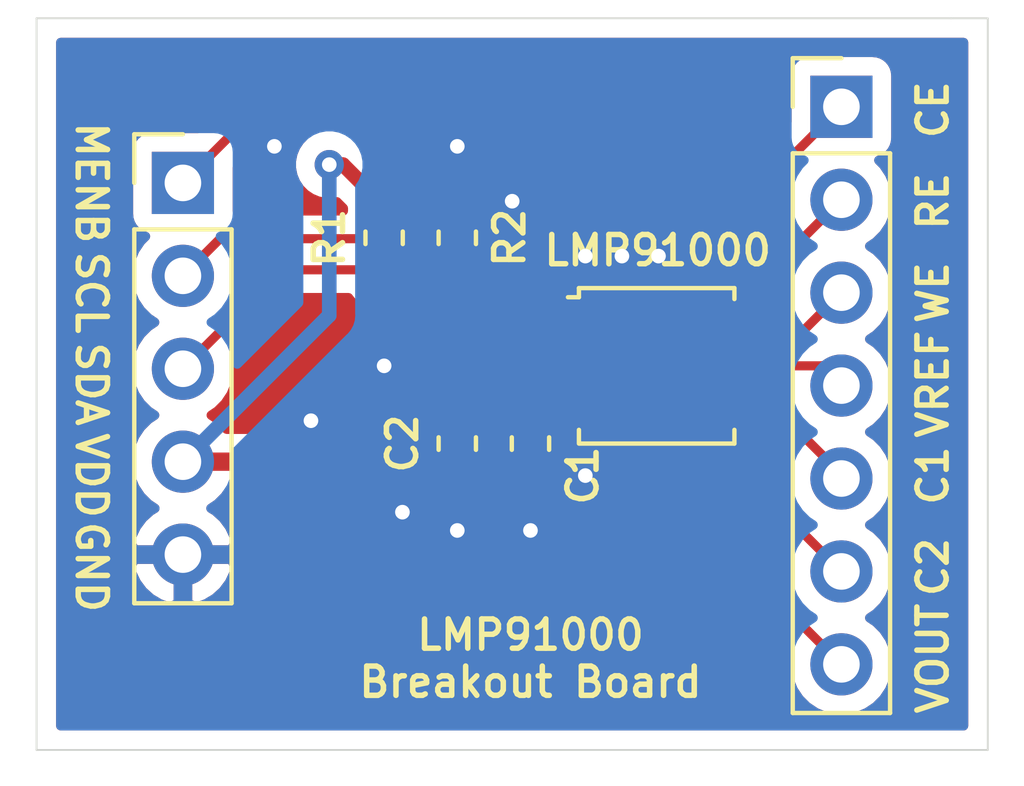
<source format=kicad_pcb>
(kicad_pcb (version 20171130) (host pcbnew "(5.1.6)-1")

  (general
    (thickness 1.6)
    (drawings 18)
    (tracks 61)
    (zones 0)
    (modules 7)
    (nets 13)
  )

  (page A4)
  (layers
    (0 F.Cu signal)
    (31 B.Cu signal)
    (32 B.Adhes user)
    (33 F.Adhes user)
    (34 B.Paste user)
    (35 F.Paste user)
    (36 B.SilkS user)
    (37 F.SilkS user)
    (38 B.Mask user)
    (39 F.Mask user)
    (40 Dwgs.User user)
    (41 Cmts.User user)
    (42 Eco1.User user)
    (43 Eco2.User user)
    (44 Edge.Cuts user)
    (45 Margin user)
    (46 B.CrtYd user)
    (47 F.CrtYd user)
    (48 B.Fab user)
    (49 F.Fab user)
  )

  (setup
    (last_trace_width 0.25)
    (user_trace_width 0.3)
    (user_trace_width 0.4)
    (user_trace_width 0.5)
    (trace_clearance 0.2)
    (zone_clearance 0.508)
    (zone_45_only no)
    (trace_min 0.2)
    (via_size 0.8)
    (via_drill 0.4)
    (via_min_size 0.4)
    (via_min_drill 0.3)
    (uvia_size 0.3)
    (uvia_drill 0.1)
    (uvias_allowed no)
    (uvia_min_size 0.2)
    (uvia_min_drill 0.1)
    (edge_width 0.05)
    (segment_width 0.2)
    (pcb_text_width 0.3)
    (pcb_text_size 1.5 1.5)
    (mod_edge_width 0.12)
    (mod_text_size 0.8 0.8)
    (mod_text_width 0.15)
    (pad_size 1.524 1.524)
    (pad_drill 0.762)
    (pad_to_mask_clearance 0.05)
    (aux_axis_origin 0 0)
    (visible_elements 7FFFFFFF)
    (pcbplotparams
      (layerselection 0x010fc_ffffffff)
      (usegerberextensions true)
      (usegerberattributes false)
      (usegerberadvancedattributes false)
      (creategerberjobfile false)
      (excludeedgelayer true)
      (linewidth 0.100000)
      (plotframeref false)
      (viasonmask false)
      (mode 1)
      (useauxorigin false)
      (hpglpennumber 1)
      (hpglpenspeed 20)
      (hpglpendiameter 15.000000)
      (psnegative false)
      (psa4output false)
      (plotreference true)
      (plotvalue true)
      (plotinvisibletext false)
      (padsonsilk false)
      (subtractmaskfromsilk false)
      (outputformat 1)
      (mirror false)
      (drillshape 0)
      (scaleselection 1)
      (outputdirectory "pos/"))
  )

  (net 0 "")
  (net 1 GND)
  (net 2 VDD)
  (net 3 VOUT)
  (net 4 C2)
  (net 5 C1)
  (net 6 VREF)
  (net 7 WE)
  (net 8 RE)
  (net 9 CE)
  (net 10 SDA)
  (net 11 SCL)
  (net 12 MENB)

  (net_class Default "This is the default net class."
    (clearance 0.2)
    (trace_width 0.25)
    (via_dia 0.8)
    (via_drill 0.4)
    (uvia_dia 0.3)
    (uvia_drill 0.1)
    (add_net C1)
    (add_net C2)
    (add_net CE)
    (add_net GND)
    (add_net MENB)
    (add_net RE)
    (add_net SCL)
    (add_net SDA)
    (add_net VDD)
    (add_net VOUT)
    (add_net VREF)
    (add_net WE)
  )

  (module Package_SON:WSON-14-1EP_4.0x4.0mm_P0.5mm_EP2.6x2.6mm (layer F.Cu) (tedit 5A65F5CE) (tstamp 607DECB0)
    (at 145.95 87)
    (descr "14-Lead Plastic Dual Flat, No Lead Package - 4.0x4.0x0.8 mm Body [WSON], http://www.ti.com/lit/ml/mpds421/mpds421.pdf")
    (tags NHL014B)
    (path /607D8BA6)
    (attr smd)
    (fp_text reference LMP91000 (at 0.027363 -3.153276) (layer F.SilkS)
      (effects (font (size 0.8 0.8) (thickness 0.15)))
    )
    (fp_text value LMP91000SD_NOPB (at 0 4) (layer F.Fab)
      (effects (font (size 1 1) (thickness 0.15)))
    )
    (fp_line (start 2 -2) (end -1.5 -2) (layer F.Fab) (width 0.15))
    (fp_line (start -2 -1.5) (end -2 2) (layer F.Fab) (width 0.15))
    (fp_line (start -2 2) (end 2 2) (layer F.Fab) (width 0.15))
    (fp_line (start 2 2) (end 2 -2) (layer F.Fab) (width 0.15))
    (fp_line (start 2.45 -2.25) (end 2.45 2.25) (layer F.CrtYd) (width 0.05))
    (fp_line (start 2.45 2.25) (end -2.44 2.25) (layer F.CrtYd) (width 0.05))
    (fp_line (start -2.45 2.25) (end -2.45 -2.25) (layer F.CrtYd) (width 0.05))
    (fp_line (start -2.45 -2.25) (end 2.45 -2.25) (layer F.CrtYd) (width 0.05))
    (fp_line (start 2.125 -2.125) (end -2.125 -2.125) (layer F.SilkS) (width 0.12))
    (fp_line (start 2.125 -2.125) (end 2.125 -1.825) (layer F.SilkS) (width 0.12))
    (fp_line (start -2.425 -1.875) (end -2.125 -1.875) (layer F.SilkS) (width 0.12))
    (fp_line (start -2.125 -2.125) (end -2.125 -1.875) (layer F.SilkS) (width 0.12))
    (fp_line (start 2.125 1.75) (end 2.125 2.125) (layer F.SilkS) (width 0.12))
    (fp_line (start 2.125 2.125) (end -2.1 2.125) (layer F.SilkS) (width 0.12))
    (fp_line (start -2.125 2.125) (end -2.125 1.75) (layer F.SilkS) (width 0.12))
    (fp_line (start -2 -1.5) (end -1.5 -2) (layer F.Fab) (width 0.15))
    (fp_text user %R (at 0.05 0.025) (layer F.Fab)
      (effects (font (size 1 1) (thickness 0.15)))
    )
    (pad "" smd rect (at -0.65 0.65 270) (size 1.05 1.05) (layers F.Paste))
    (pad "" smd rect (at 0.65 0.65 270) (size 1.05 1.05) (layers F.Paste))
    (pad "" smd rect (at 0.65 -0.65 270) (size 1.05 1.05) (layers F.Paste))
    (pad "" smd rect (at -0.65 -0.65 270) (size 1.05 1.05) (layers F.Paste))
    (pad 15 smd rect (at 0.025 0 270) (size 2.6 2.6) (layers F.Cu F.Mask)
      (net 1 GND))
    (pad 1 smd rect (at -1.9 -1.5 270) (size 0.25 0.6) (layers F.Cu F.Paste F.Mask)
      (net 1 GND))
    (pad 2 smd rect (at -1.9 -1 270) (size 0.25 0.6) (layers F.Cu F.Paste F.Mask)
      (net 12 MENB))
    (pad 3 smd rect (at -1.9 -0.5 270) (size 0.25 0.6) (layers F.Cu F.Paste F.Mask)
      (net 11 SCL))
    (pad 4 smd rect (at -1.9 0 270) (size 0.25 0.6) (layers F.Cu F.Paste F.Mask)
      (net 10 SDA))
    (pad 5 smd rect (at -1.9 0.5 270) (size 0.25 0.6) (layers F.Cu F.Paste F.Mask))
    (pad 6 smd rect (at -1.9 1 270) (size 0.25 0.6) (layers F.Cu F.Paste F.Mask)
      (net 2 VDD))
    (pad 7 smd rect (at -1.9 1.5 270) (size 0.25 0.6) (layers F.Cu F.Paste F.Mask)
      (net 1 GND))
    (pad 8 smd rect (at 1.9 1.5 270) (size 0.25 0.6) (layers F.Cu F.Paste F.Mask)
      (net 3 VOUT))
    (pad 9 smd rect (at 1.9 1 270) (size 0.25 0.6) (layers F.Cu F.Paste F.Mask)
      (net 4 C2))
    (pad 10 smd rect (at 1.9 0.5 270) (size 0.25 0.6) (layers F.Cu F.Paste F.Mask)
      (net 5 C1))
    (pad 11 smd rect (at 1.9 0 270) (size 0.25 0.6) (layers F.Cu F.Paste F.Mask)
      (net 6 VREF))
    (pad 12 smd rect (at 1.9 -0.5 270) (size 0.25 0.6) (layers F.Cu F.Paste F.Mask)
      (net 7 WE))
    (pad 13 smd rect (at 1.9 -1 270) (size 0.25 0.6) (layers F.Cu F.Paste F.Mask)
      (net 8 RE))
    (pad 14 smd rect (at 1.9 -1.5 270) (size 0.25 0.6) (layers F.Cu F.Paste F.Mask)
      (net 9 CE))
    (model ${KISYS3DMOD}/Package_SON.3dshapes/WSON-14-1EP_4.0x4.0mm_P0.5mm_EP2.6x2.6mm.wrl
      (at (xyz 0 0 0))
      (scale (xyz 1 1 1))
      (rotate (xyz 0 0 0))
    )
  )

  (module Resistor_SMD:R_0603_1608Metric_Pad1.05x0.95mm_HandSolder (layer F.Cu) (tedit 5B301BBD) (tstamp 607DEC88)
    (at 140.5 83.5 270)
    (descr "Resistor SMD 0603 (1608 Metric), square (rectangular) end terminal, IPC_7351 nominal with elongated pad for handsoldering. (Body size source: http://www.tortai-tech.com/upload/download/2011102023233369053.pdf), generated with kicad-footprint-generator")
    (tags "resistor handsolder")
    (path /607DCA6D)
    (attr smd)
    (fp_text reference R2 (at 0 -1.43 90) (layer F.SilkS)
      (effects (font (size 0.8 0.8) (thickness 0.15)))
    )
    (fp_text value 10K (at 0 1.43 90) (layer F.Fab)
      (effects (font (size 1 1) (thickness 0.15)))
    )
    (fp_line (start 1.65 0.73) (end -1.65 0.73) (layer F.CrtYd) (width 0.05))
    (fp_line (start 1.65 -0.73) (end 1.65 0.73) (layer F.CrtYd) (width 0.05))
    (fp_line (start -1.65 -0.73) (end 1.65 -0.73) (layer F.CrtYd) (width 0.05))
    (fp_line (start -1.65 0.73) (end -1.65 -0.73) (layer F.CrtYd) (width 0.05))
    (fp_line (start -0.171267 0.51) (end 0.171267 0.51) (layer F.SilkS) (width 0.12))
    (fp_line (start -0.171267 -0.51) (end 0.171267 -0.51) (layer F.SilkS) (width 0.12))
    (fp_line (start 0.8 0.4) (end -0.8 0.4) (layer F.Fab) (width 0.15))
    (fp_line (start 0.8 -0.4) (end 0.8 0.4) (layer F.Fab) (width 0.15))
    (fp_line (start -0.8 -0.4) (end 0.8 -0.4) (layer F.Fab) (width 0.15))
    (fp_line (start -0.8 0.4) (end -0.8 -0.4) (layer F.Fab) (width 0.15))
    (fp_text user %R (at 0 0 90) (layer F.Fab)
      (effects (font (size 1 1) (thickness 0.15)))
    )
    (pad 2 smd roundrect (at 0.875 0 270) (size 1.05 0.95) (layers F.Cu F.Paste F.Mask) (roundrect_rratio 0.25)
      (net 11 SCL))
    (pad 1 smd roundrect (at -0.875 0 270) (size 1.05 0.95) (layers F.Cu F.Paste F.Mask) (roundrect_rratio 0.25)
      (net 2 VDD))
    (model ${KISYS3DMOD}/Resistor_SMD.3dshapes/R_0603_1608Metric.wrl
      (at (xyz 0 0 0))
      (scale (xyz 1 1 1))
      (rotate (xyz 0 0 0))
    )
  )

  (module Resistor_SMD:R_0603_1608Metric_Pad1.05x0.95mm_HandSolder (layer F.Cu) (tedit 5B301BBD) (tstamp 607DEC77)
    (at 138.5 83.5 270)
    (descr "Resistor SMD 0603 (1608 Metric), square (rectangular) end terminal, IPC_7351 nominal with elongated pad for handsoldering. (Body size source: http://www.tortai-tech.com/upload/download/2011102023233369053.pdf), generated with kicad-footprint-generator")
    (tags "resistor handsolder")
    (path /607DD170)
    (attr smd)
    (fp_text reference R1 (at 0 1.5 90) (layer F.SilkS)
      (effects (font (size 0.8 0.8) (thickness 0.15)))
    )
    (fp_text value 10K (at 0 1.43 90) (layer F.Fab)
      (effects (font (size 1 1) (thickness 0.15)))
    )
    (fp_line (start 1.65 0.73) (end -1.65 0.73) (layer F.CrtYd) (width 0.05))
    (fp_line (start 1.65 -0.73) (end 1.65 0.73) (layer F.CrtYd) (width 0.05))
    (fp_line (start -1.65 -0.73) (end 1.65 -0.73) (layer F.CrtYd) (width 0.05))
    (fp_line (start -1.65 0.73) (end -1.65 -0.73) (layer F.CrtYd) (width 0.05))
    (fp_line (start -0.171267 0.51) (end 0.171267 0.51) (layer F.SilkS) (width 0.12))
    (fp_line (start -0.171267 -0.51) (end 0.171267 -0.51) (layer F.SilkS) (width 0.12))
    (fp_line (start 0.8 0.4) (end -0.8 0.4) (layer F.Fab) (width 0.15))
    (fp_line (start 0.8 -0.4) (end 0.8 0.4) (layer F.Fab) (width 0.15))
    (fp_line (start -0.8 -0.4) (end 0.8 -0.4) (layer F.Fab) (width 0.15))
    (fp_line (start -0.8 0.4) (end -0.8 -0.4) (layer F.Fab) (width 0.15))
    (fp_text user %R (at 0 0 90) (layer F.Fab)
      (effects (font (size 1 1) (thickness 0.15)))
    )
    (pad 2 smd roundrect (at 0.875 0 270) (size 1.05 0.95) (layers F.Cu F.Paste F.Mask) (roundrect_rratio 0.25)
      (net 10 SDA))
    (pad 1 smd roundrect (at -0.875 0 270) (size 1.05 0.95) (layers F.Cu F.Paste F.Mask) (roundrect_rratio 0.25)
      (net 2 VDD))
    (model ${KISYS3DMOD}/Resistor_SMD.3dshapes/R_0603_1608Metric.wrl
      (at (xyz 0 0 0))
      (scale (xyz 1 1 1))
      (rotate (xyz 0 0 0))
    )
  )

  (module Connector_PinHeader_2.54mm:PinHeader_1x05_P2.54mm_Vertical (layer F.Cu) (tedit 59FED5CC) (tstamp 607DEC66)
    (at 133 82)
    (descr "Through hole straight pin header, 1x05, 2.54mm pitch, single row")
    (tags "Through hole pin header THT 1x05 2.54mm single row")
    (path /607E1831)
    (fp_text reference J2 (at 0 -2.33) (layer F.SilkS) hide
      (effects (font (size 0.8 0.8) (thickness 0.15)))
    )
    (fp_text value Conn_01x05 (at 0 12.49) (layer F.Fab)
      (effects (font (size 1 1) (thickness 0.15)))
    )
    (fp_line (start 1.8 -1.8) (end -1.8 -1.8) (layer F.CrtYd) (width 0.05))
    (fp_line (start 1.8 11.95) (end 1.8 -1.8) (layer F.CrtYd) (width 0.05))
    (fp_line (start -1.8 11.95) (end 1.8 11.95) (layer F.CrtYd) (width 0.05))
    (fp_line (start -1.8 -1.8) (end -1.8 11.95) (layer F.CrtYd) (width 0.05))
    (fp_line (start -1.33 -1.33) (end 0 -1.33) (layer F.SilkS) (width 0.12))
    (fp_line (start -1.33 0) (end -1.33 -1.33) (layer F.SilkS) (width 0.12))
    (fp_line (start -1.33 1.27) (end 1.33 1.27) (layer F.SilkS) (width 0.12))
    (fp_line (start 1.33 1.27) (end 1.33 11.49) (layer F.SilkS) (width 0.12))
    (fp_line (start -1.33 1.27) (end -1.33 11.49) (layer F.SilkS) (width 0.12))
    (fp_line (start -1.33 11.49) (end 1.33 11.49) (layer F.SilkS) (width 0.12))
    (fp_line (start -1.27 -0.635) (end -0.635 -1.27) (layer F.Fab) (width 0.15))
    (fp_line (start -1.27 11.43) (end -1.27 -0.635) (layer F.Fab) (width 0.15))
    (fp_line (start 1.27 11.43) (end -1.27 11.43) (layer F.Fab) (width 0.15))
    (fp_line (start 1.27 -1.27) (end 1.27 11.43) (layer F.Fab) (width 0.15))
    (fp_line (start -0.635 -1.27) (end 1.27 -1.27) (layer F.Fab) (width 0.15))
    (fp_text user %R (at 0 5.08 90) (layer F.Fab)
      (effects (font (size 1 1) (thickness 0.15)))
    )
    (pad 5 thru_hole oval (at 0 10.16) (size 1.7 1.7) (drill 1) (layers *.Cu *.Mask)
      (net 1 GND))
    (pad 4 thru_hole oval (at 0 7.62) (size 1.7 1.7) (drill 1) (layers *.Cu *.Mask)
      (net 2 VDD))
    (pad 3 thru_hole oval (at 0 5.08) (size 1.7 1.7) (drill 1) (layers *.Cu *.Mask)
      (net 10 SDA))
    (pad 2 thru_hole oval (at 0 2.54) (size 1.7 1.7) (drill 1) (layers *.Cu *.Mask)
      (net 11 SCL))
    (pad 1 thru_hole rect (at 0 0) (size 1.7 1.7) (drill 1) (layers *.Cu *.Mask)
      (net 12 MENB))
    (model ${KISYS3DMOD}/Connector_PinHeader_2.54mm.3dshapes/PinHeader_1x05_P2.54mm_Vertical.wrl
      (at (xyz 0 0 0))
      (scale (xyz 1 1 1))
      (rotate (xyz 0 0 0))
    )
  )

  (module Connector_PinHeader_2.54mm:PinHeader_1x07_P2.54mm_Vertical (layer F.Cu) (tedit 59FED5CC) (tstamp 607DEC4D)
    (at 151 79.92)
    (descr "Through hole straight pin header, 1x07, 2.54mm pitch, single row")
    (tags "Through hole pin header THT 1x07 2.54mm single row")
    (path /607DFBE7)
    (fp_text reference J1 (at 0 -2.33) (layer F.SilkS) hide
      (effects (font (size 0.8 0.8) (thickness 0.15)))
    )
    (fp_text value Conn_01x07 (at 0 17.57) (layer F.Fab)
      (effects (font (size 1 1) (thickness 0.15)))
    )
    (fp_line (start 1.8 -1.8) (end -1.8 -1.8) (layer F.CrtYd) (width 0.05))
    (fp_line (start 1.8 17.05) (end 1.8 -1.8) (layer F.CrtYd) (width 0.05))
    (fp_line (start -1.8 17.05) (end 1.8 17.05) (layer F.CrtYd) (width 0.05))
    (fp_line (start -1.8 -1.8) (end -1.8 17.05) (layer F.CrtYd) (width 0.05))
    (fp_line (start -1.33 -1.33) (end 0 -1.33) (layer F.SilkS) (width 0.12))
    (fp_line (start -1.33 0) (end -1.33 -1.33) (layer F.SilkS) (width 0.12))
    (fp_line (start -1.33 1.27) (end 1.33 1.27) (layer F.SilkS) (width 0.12))
    (fp_line (start 1.33 1.27) (end 1.33 16.57) (layer F.SilkS) (width 0.12))
    (fp_line (start -1.33 1.27) (end -1.33 16.57) (layer F.SilkS) (width 0.12))
    (fp_line (start -1.33 16.57) (end 1.33 16.57) (layer F.SilkS) (width 0.12))
    (fp_line (start -1.27 -0.635) (end -0.635 -1.27) (layer F.Fab) (width 0.15))
    (fp_line (start -1.27 16.51) (end -1.27 -0.635) (layer F.Fab) (width 0.15))
    (fp_line (start 1.27 16.51) (end -1.27 16.51) (layer F.Fab) (width 0.15))
    (fp_line (start 1.27 -1.27) (end 1.27 16.51) (layer F.Fab) (width 0.15))
    (fp_line (start -0.635 -1.27) (end 1.27 -1.27) (layer F.Fab) (width 0.15))
    (fp_text user %R (at 0 7.62 90) (layer F.Fab)
      (effects (font (size 1 1) (thickness 0.15)))
    )
    (pad 7 thru_hole oval (at 0 15.24) (size 1.7 1.7) (drill 1) (layers *.Cu *.Mask)
      (net 3 VOUT))
    (pad 6 thru_hole oval (at 0 12.7) (size 1.7 1.7) (drill 1) (layers *.Cu *.Mask)
      (net 4 C2))
    (pad 5 thru_hole oval (at 0 10.16) (size 1.7 1.7) (drill 1) (layers *.Cu *.Mask)
      (net 5 C1))
    (pad 4 thru_hole oval (at 0 7.62) (size 1.7 1.7) (drill 1) (layers *.Cu *.Mask)
      (net 6 VREF))
    (pad 3 thru_hole oval (at 0 5.08) (size 1.7 1.7) (drill 1) (layers *.Cu *.Mask)
      (net 7 WE))
    (pad 2 thru_hole oval (at 0 2.54) (size 1.7 1.7) (drill 1) (layers *.Cu *.Mask)
      (net 8 RE))
    (pad 1 thru_hole rect (at 0 0) (size 1.7 1.7) (drill 1) (layers *.Cu *.Mask)
      (net 9 CE))
    (model ${KISYS3DMOD}/Connector_PinHeader_2.54mm.3dshapes/PinHeader_1x07_P2.54mm_Vertical.wrl
      (at (xyz 0 0 0))
      (scale (xyz 1 1 1))
      (rotate (xyz 0 0 0))
    )
  )

  (module Capacitor_SMD:C_0603_1608Metric_Pad1.05x0.95mm_HandSolder (layer F.Cu) (tedit 5B301BBE) (tstamp 607DEC32)
    (at 140.5 89.125 270)
    (descr "Capacitor SMD 0603 (1608 Metric), square (rectangular) end terminal, IPC_7351 nominal with elongated pad for handsoldering. (Body size source: http://www.tortai-tech.com/upload/download/2011102023233369053.pdf), generated with kicad-footprint-generator")
    (tags "capacitor handsolder")
    (path /607D9E16)
    (attr smd)
    (fp_text reference C2 (at 0 1.5 90) (layer F.SilkS)
      (effects (font (size 0.8 0.8) (thickness 0.15)))
    )
    (fp_text value 1u (at 0 1.43 90) (layer F.Fab)
      (effects (font (size 1 1) (thickness 0.15)))
    )
    (fp_line (start 1.65 0.73) (end -1.65 0.73) (layer F.CrtYd) (width 0.05))
    (fp_line (start 1.65 -0.73) (end 1.65 0.73) (layer F.CrtYd) (width 0.05))
    (fp_line (start -1.65 -0.73) (end 1.65 -0.73) (layer F.CrtYd) (width 0.05))
    (fp_line (start -1.65 0.73) (end -1.65 -0.73) (layer F.CrtYd) (width 0.05))
    (fp_line (start -0.171267 0.51) (end 0.171267 0.51) (layer F.SilkS) (width 0.12))
    (fp_line (start -0.171267 -0.51) (end 0.171267 -0.51) (layer F.SilkS) (width 0.12))
    (fp_line (start 0.8 0.4) (end -0.8 0.4) (layer F.Fab) (width 0.15))
    (fp_line (start 0.8 -0.4) (end 0.8 0.4) (layer F.Fab) (width 0.15))
    (fp_line (start -0.8 -0.4) (end 0.8 -0.4) (layer F.Fab) (width 0.15))
    (fp_line (start -0.8 0.4) (end -0.8 -0.4) (layer F.Fab) (width 0.15))
    (fp_text user %R (at 0 0 90) (layer F.Fab)
      (effects (font (size 1 1) (thickness 0.15)))
    )
    (pad 2 smd roundrect (at 0.875 0 270) (size 1.05 0.95) (layers F.Cu F.Paste F.Mask) (roundrect_rratio 0.25)
      (net 1 GND))
    (pad 1 smd roundrect (at -0.875 0 270) (size 1.05 0.95) (layers F.Cu F.Paste F.Mask) (roundrect_rratio 0.25)
      (net 2 VDD))
    (model ${KISYS3DMOD}/Capacitor_SMD.3dshapes/C_0603_1608Metric.wrl
      (at (xyz 0 0 0))
      (scale (xyz 1 1 1))
      (rotate (xyz 0 0 0))
    )
  )

  (module Capacitor_SMD:C_0603_1608Metric_Pad1.05x0.95mm_HandSolder (layer F.Cu) (tedit 5B301BBE) (tstamp 607DF15C)
    (at 142.5 89.125 270)
    (descr "Capacitor SMD 0603 (1608 Metric), square (rectangular) end terminal, IPC_7351 nominal with elongated pad for handsoldering. (Body size source: http://www.tortai-tech.com/upload/download/2011102023233369053.pdf), generated with kicad-footprint-generator")
    (tags "capacitor handsolder")
    (path /607DC5A4)
    (attr smd)
    (fp_text reference C1 (at 0.875 -1.43 90) (layer F.SilkS)
      (effects (font (size 0.8 0.8) (thickness 0.15)))
    )
    (fp_text value 0.1u (at 0 1.43 90) (layer F.Fab)
      (effects (font (size 1 1) (thickness 0.15)))
    )
    (fp_line (start 1.65 0.73) (end -1.65 0.73) (layer F.CrtYd) (width 0.05))
    (fp_line (start 1.65 -0.73) (end 1.65 0.73) (layer F.CrtYd) (width 0.05))
    (fp_line (start -1.65 -0.73) (end 1.65 -0.73) (layer F.CrtYd) (width 0.05))
    (fp_line (start -1.65 0.73) (end -1.65 -0.73) (layer F.CrtYd) (width 0.05))
    (fp_line (start -0.171267 0.51) (end 0.171267 0.51) (layer F.SilkS) (width 0.12))
    (fp_line (start -0.171267 -0.51) (end 0.171267 -0.51) (layer F.SilkS) (width 0.12))
    (fp_line (start 0.8 0.4) (end -0.8 0.4) (layer F.Fab) (width 0.15))
    (fp_line (start 0.8 -0.4) (end 0.8 0.4) (layer F.Fab) (width 0.15))
    (fp_line (start -0.8 -0.4) (end 0.8 -0.4) (layer F.Fab) (width 0.15))
    (fp_line (start -0.8 0.4) (end -0.8 -0.4) (layer F.Fab) (width 0.15))
    (fp_text user %R (at 0 0 90) (layer F.Fab)
      (effects (font (size 1 1) (thickness 0.15)))
    )
    (pad 2 smd roundrect (at 0.875 0 270) (size 1.05 0.95) (layers F.Cu F.Paste F.Mask) (roundrect_rratio 0.25)
      (net 1 GND))
    (pad 1 smd roundrect (at -0.875 0 270) (size 1.05 0.95) (layers F.Cu F.Paste F.Mask) (roundrect_rratio 0.25)
      (net 2 VDD))
    (model ${KISYS3DMOD}/Capacitor_SMD.3dshapes/C_0603_1608Metric.wrl
      (at (xyz 0 0 0))
      (scale (xyz 1 1 1))
      (rotate (xyz 0 0 0))
    )
  )

  (gr_text "LMP91000\nBreakout Board" (at 142.5 95) (layer F.SilkS)
    (effects (font (size 0.8 0.8) (thickness 0.15)))
  )
  (gr_line (start 155 77.5) (end 154 77.5) (layer Edge.Cuts) (width 0.05) (tstamp 607E0B80))
  (gr_line (start 155 97.5) (end 155 77.5) (layer Edge.Cuts) (width 0.05))
  (gr_line (start 129 97.5) (end 155 97.5) (layer Edge.Cuts) (width 0.05))
  (gr_line (start 129 77.5) (end 129 97.5) (layer Edge.Cuts) (width 0.05))
  (gr_line (start 154 77.5) (end 129 77.5) (layer Edge.Cuts) (width 0.05))
  (gr_text GND (at 130.5 92.5 270) (layer F.SilkS)
    (effects (font (size 0.8 0.8) (thickness 0.15)))
  )
  (gr_text VDD (at 130.5 90 270) (layer F.SilkS)
    (effects (font (size 0.8 0.8) (thickness 0.15)))
  )
  (gr_text SDA (at 130.5 87.5 270) (layer F.SilkS)
    (effects (font (size 0.8 0.8) (thickness 0.15)))
  )
  (gr_text SCL (at 130.5 85 270) (layer F.SilkS)
    (effects (font (size 0.8 0.8) (thickness 0.15)))
  )
  (gr_text MENB (at 130.5 82 270) (layer F.SilkS)
    (effects (font (size 0.8 0.8) (thickness 0.15)))
  )
  (gr_text VOUT (at 153.5 95 90) (layer F.SilkS)
    (effects (font (size 0.8 0.8) (thickness 0.15)))
  )
  (gr_text C2 (at 153.5 92.5 90) (layer F.SilkS)
    (effects (font (size 0.8 0.8) (thickness 0.15)))
  )
  (gr_text C1 (at 153.5 90 90) (layer F.SilkS)
    (effects (font (size 0.8 0.8) (thickness 0.15)))
  )
  (gr_text VREF (at 153.5 87.5 90) (layer F.SilkS)
    (effects (font (size 0.8 0.8) (thickness 0.15)))
  )
  (gr_text WE (at 153.5 85 90) (layer F.SilkS)
    (effects (font (size 0.8 0.8) (thickness 0.15)))
  )
  (gr_text RE (at 153.5 82.5 90) (layer F.SilkS)
    (effects (font (size 0.8 0.8) (thickness 0.15)))
  )
  (gr_text CE (at 153.5 80 90) (layer F.SilkS)
    (effects (font (size 0.8 0.8) (thickness 0.15)))
  )

  (via (at 142.5 91.5) (size 0.8) (drill 0.4) (layers F.Cu B.Cu) (net 1))
  (via (at 140.5 91.5) (size 0.8) (drill 0.4) (layers F.Cu B.Cu) (net 1))
  (via (at 144 90) (size 0.8) (drill 0.4) (layers F.Cu B.Cu) (net 1))
  (via (at 139 91) (size 0.8) (drill 0.4) (layers F.Cu B.Cu) (net 1))
  (via (at 146 84) (size 0.8) (drill 0.4) (layers F.Cu B.Cu) (net 1))
  (via (at 145 84) (size 0.8) (drill 0.4) (layers F.Cu B.Cu) (net 1))
  (via (at 144 84) (size 0.8) (drill 0.4) (layers F.Cu B.Cu) (net 1))
  (segment (start 144.05 89.95) (end 144 90) (width 0.25) (layer F.Cu) (net 1))
  (segment (start 144.05 88.5) (end 144.05 89.95) (width 0.25) (layer F.Cu) (net 1))
  (segment (start 144.05 84.05) (end 144 84) (width 0.25) (layer F.Cu) (net 1))
  (segment (start 144.05 85.5) (end 144.05 84.05) (width 0.25) (layer F.Cu) (net 1))
  (via (at 136.5 88.5) (size 0.8) (drill 0.4) (layers F.Cu B.Cu) (net 1))
  (via (at 138.5 87) (size 0.8) (drill 0.4) (layers F.Cu B.Cu) (net 1))
  (via (at 142 82.5) (size 0.8) (drill 0.4) (layers F.Cu B.Cu) (net 1))
  (via (at 140.5 81) (size 0.8) (drill 0.4) (layers F.Cu B.Cu) (net 1))
  (via (at 135.5 81) (size 0.8) (drill 0.4) (layers F.Cu B.Cu) (net 1))
  (via (at 137 81.5) (size 0.8) (drill 0.4) (layers F.Cu B.Cu) (net 2))
  (segment (start 142.75 88) (end 142.5 88.25) (width 0.25) (layer F.Cu) (net 2))
  (segment (start 144.05 88) (end 142.75 88) (width 0.25) (layer F.Cu) (net 2))
  (segment (start 142.5 88.25) (end 140.5 88.25) (width 0.5) (layer F.Cu) (net 2))
  (segment (start 139.13 89.62) (end 140.5 88.25) (width 0.5) (layer F.Cu) (net 2))
  (segment (start 133 89.62) (end 139.13 89.62) (width 0.5) (layer F.Cu) (net 2))
  (segment (start 140.5 82.625) (end 138.5 82.625) (width 0.25) (layer F.Cu) (net 2))
  (segment (start 137 85.62) (end 137 81.5) (width 0.4) (layer B.Cu) (net 2))
  (segment (start 133 89.62) (end 137 85.62) (width 0.4) (layer B.Cu) (net 2))
  (segment (start 137.375 81.5) (end 138.5 82.625) (width 0.4) (layer F.Cu) (net 2))
  (segment (start 137 81.5) (end 137.375 81.5) (width 0.4) (layer F.Cu) (net 2))
  (segment (start 147.85 92.01) (end 147.85 88.5) (width 0.25) (layer F.Cu) (net 3))
  (segment (start 151 95.16) (end 147.85 92.01) (width 0.25) (layer F.Cu) (net 3))
  (segment (start 148.4 88) (end 149.5 89.1) (width 0.25) (layer F.Cu) (net 4))
  (segment (start 147.85 88) (end 148.4 88) (width 0.25) (layer F.Cu) (net 4))
  (segment (start 149.5 91.12) (end 151 92.62) (width 0.25) (layer F.Cu) (net 4))
  (segment (start 149.5 89.1) (end 149.5 91.12) (width 0.25) (layer F.Cu) (net 4))
  (segment (start 151 89.96359) (end 151 90.08) (width 0.25) (layer F.Cu) (net 5))
  (segment (start 148.53641 87.5) (end 151 89.96359) (width 0.25) (layer F.Cu) (net 5))
  (segment (start 147.85 87.5) (end 148.53641 87.5) (width 0.25) (layer F.Cu) (net 5))
  (segment (start 150.46 87) (end 151 87.54) (width 0.25) (layer F.Cu) (net 6))
  (segment (start 147.85 87) (end 150.46 87) (width 0.25) (layer F.Cu) (net 6))
  (segment (start 149.5 86.5) (end 151 85) (width 0.25) (layer F.Cu) (net 7))
  (segment (start 147.85 86.5) (end 149.5 86.5) (width 0.25) (layer F.Cu) (net 7))
  (segment (start 148.360002 86) (end 149.5 84.860002) (width 0.25) (layer F.Cu) (net 8))
  (segment (start 147.85 86) (end 148.360002 86) (width 0.25) (layer F.Cu) (net 8))
  (segment (start 149.5 83.96) (end 151 82.46) (width 0.25) (layer F.Cu) (net 8))
  (segment (start 149.5 84.860002) (end 149.5 83.96) (width 0.25) (layer F.Cu) (net 8))
  (segment (start 147.85 83.07) (end 151 79.92) (width 0.25) (layer F.Cu) (net 9))
  (segment (start 147.85 85.5) (end 147.85 83.07) (width 0.25) (layer F.Cu) (net 9))
  (segment (start 141.125 87) (end 138.5 84.375) (width 0.25) (layer F.Cu) (net 10))
  (segment (start 144.05 87) (end 141.125 87) (width 0.25) (layer F.Cu) (net 10))
  (segment (start 135.705 84.375) (end 133 87.08) (width 0.25) (layer F.Cu) (net 10))
  (segment (start 138.5 84.375) (end 135.705 84.375) (width 0.25) (layer F.Cu) (net 10))
  (segment (start 142.625 86.5) (end 140.5 84.375) (width 0.25) (layer F.Cu) (net 11))
  (segment (start 144.05 86.5) (end 142.625 86.5) (width 0.25) (layer F.Cu) (net 11))
  (segment (start 134.01501 83.52499) (end 133 84.54) (width 0.25) (layer F.Cu) (net 11))
  (segment (start 139.64999 83.52499) (end 134.01501 83.52499) (width 0.25) (layer F.Cu) (net 11))
  (segment (start 140.5 84.375) (end 139.64999 83.52499) (width 0.25) (layer F.Cu) (net 11))
  (segment (start 143.5 86) (end 143 85.5) (width 0.25) (layer F.Cu) (net 12))
  (segment (start 144.05 86) (end 143.5 86) (width 0.25) (layer F.Cu) (net 12))
  (segment (start 143 85.5) (end 143 81.5) (width 0.25) (layer F.Cu) (net 12))
  (segment (start 143 81.5) (end 141.5 80) (width 0.25) (layer F.Cu) (net 12))
  (segment (start 135 80) (end 133 82) (width 0.25) (layer F.Cu) (net 12))
  (segment (start 141.5 80) (end 135 80) (width 0.25) (layer F.Cu) (net 12))

  (zone (net 1) (net_name GND) (layer F.Cu) (tstamp 607E0C23) (hatch edge 0.508)
    (connect_pads (clearance 0.508))
    (min_thickness 0.254)
    (fill yes (arc_segments 32) (thermal_gap 0.508) (thermal_bridge_width 0.508))
    (polygon
      (pts
        (xy 155.5 98.5) (xy 128 98) (xy 128 77) (xy 156 77)
      )
    )
    (filled_polygon
      (pts
        (xy 154.34 96.84) (xy 129.66 96.84) (xy 129.66 92.51689) (xy 131.558524 92.51689) (xy 131.603175 92.664099)
        (xy 131.728359 92.92692) (xy 131.902412 93.160269) (xy 132.118645 93.355178) (xy 132.368748 93.504157) (xy 132.643109 93.601481)
        (xy 132.873 93.480814) (xy 132.873 92.287) (xy 133.127 92.287) (xy 133.127 93.480814) (xy 133.356891 93.601481)
        (xy 133.631252 93.504157) (xy 133.881355 93.355178) (xy 134.097588 93.160269) (xy 134.271641 92.92692) (xy 134.396825 92.664099)
        (xy 134.441476 92.51689) (xy 134.320155 92.287) (xy 133.127 92.287) (xy 132.873 92.287) (xy 131.679845 92.287)
        (xy 131.558524 92.51689) (xy 129.66 92.51689) (xy 129.66 81.15) (xy 131.511928 81.15) (xy 131.511928 82.85)
        (xy 131.524188 82.974482) (xy 131.560498 83.09418) (xy 131.619463 83.204494) (xy 131.698815 83.301185) (xy 131.795506 83.380537)
        (xy 131.90582 83.439502) (xy 131.97838 83.461513) (xy 131.846525 83.593368) (xy 131.68401 83.836589) (xy 131.572068 84.106842)
        (xy 131.515 84.39374) (xy 131.515 84.68626) (xy 131.572068 84.973158) (xy 131.68401 85.243411) (xy 131.846525 85.486632)
        (xy 132.053368 85.693475) (xy 132.22776 85.81) (xy 132.053368 85.926525) (xy 131.846525 86.133368) (xy 131.68401 86.376589)
        (xy 131.572068 86.646842) (xy 131.515 86.93374) (xy 131.515 87.22626) (xy 131.572068 87.513158) (xy 131.68401 87.783411)
        (xy 131.846525 88.026632) (xy 132.053368 88.233475) (xy 132.22776 88.35) (xy 132.053368 88.466525) (xy 131.846525 88.673368)
        (xy 131.68401 88.916589) (xy 131.572068 89.186842) (xy 131.515 89.47374) (xy 131.515 89.76626) (xy 131.572068 90.053158)
        (xy 131.68401 90.323411) (xy 131.846525 90.566632) (xy 132.053368 90.773475) (xy 132.235534 90.895195) (xy 132.118645 90.964822)
        (xy 131.902412 91.159731) (xy 131.728359 91.39308) (xy 131.603175 91.655901) (xy 131.558524 91.80311) (xy 131.679845 92.033)
        (xy 132.873 92.033) (xy 132.873 92.013) (xy 133.127 92.013) (xy 133.127 92.033) (xy 134.320155 92.033)
        (xy 134.441476 91.80311) (xy 134.396825 91.655901) (xy 134.271641 91.39308) (xy 134.097588 91.159731) (xy 133.881355 90.964822)
        (xy 133.764466 90.895195) (xy 133.946632 90.773475) (xy 134.153475 90.566632) (xy 134.194656 90.505) (xy 139.086531 90.505)
        (xy 139.13 90.509281) (xy 139.173469 90.505) (xy 139.173477 90.505) (xy 139.30349 90.492195) (xy 139.387677 90.466657)
        (xy 139.386928 90.525) (xy 139.399188 90.649482) (xy 139.435498 90.76918) (xy 139.494463 90.879494) (xy 139.573815 90.976185)
        (xy 139.670506 91.055537) (xy 139.78082 91.114502) (xy 139.900518 91.150812) (xy 140.025 91.163072) (xy 140.21425 91.16)
        (xy 140.373 91.00125) (xy 140.373 90.127) (xy 140.627 90.127) (xy 140.627 91.00125) (xy 140.78575 91.16)
        (xy 140.975 91.163072) (xy 141.099482 91.150812) (xy 141.21918 91.114502) (xy 141.329494 91.055537) (xy 141.426185 90.976185)
        (xy 141.5 90.886241) (xy 141.573815 90.976185) (xy 141.670506 91.055537) (xy 141.78082 91.114502) (xy 141.900518 91.150812)
        (xy 142.025 91.163072) (xy 142.21425 91.16) (xy 142.373 91.00125) (xy 142.373 90.127) (xy 142.627 90.127)
        (xy 142.627 91.00125) (xy 142.78575 91.16) (xy 142.975 91.163072) (xy 143.099482 91.150812) (xy 143.21918 91.114502)
        (xy 143.329494 91.055537) (xy 143.426185 90.976185) (xy 143.505537 90.879494) (xy 143.564502 90.76918) (xy 143.600812 90.649482)
        (xy 143.613072 90.525) (xy 143.61 90.28575) (xy 143.45125 90.127) (xy 142.627 90.127) (xy 142.373 90.127)
        (xy 141.54875 90.127) (xy 141.5 90.17575) (xy 141.45125 90.127) (xy 140.627 90.127) (xy 140.373 90.127)
        (xy 140.353 90.127) (xy 140.353 89.873) (xy 140.373 89.873) (xy 140.373 89.853) (xy 140.627 89.853)
        (xy 140.627 89.873) (xy 141.45125 89.873) (xy 141.5 89.82425) (xy 141.54875 89.873) (xy 142.373 89.873)
        (xy 142.373 89.853) (xy 142.627 89.853) (xy 142.627 89.873) (xy 143.45125 89.873) (xy 143.61 89.71425)
        (xy 143.613072 89.475) (xy 143.600812 89.350518) (xy 143.565085 89.232743) (xy 143.642661 89.253979) (xy 143.76425 89.26)
        (xy 143.923 89.10125) (xy 143.923 88.763072) (xy 144.177 88.763072) (xy 144.177 89.10125) (xy 144.33575 89.26)
        (xy 144.457339 89.253979) (xy 144.577985 89.220952) (xy 144.689868 89.165023) (xy 144.788691 89.088342) (xy 144.870656 88.993855)
        (xy 144.902855 88.937382) (xy 145.68925 88.935) (xy 145.848 88.77625) (xy 145.848 87.127) (xy 145.828 87.127)
        (xy 145.828 86.873) (xy 145.848 86.873) (xy 145.848 85.22375) (xy 146.102 85.22375) (xy 146.102 86.873)
        (xy 146.122 86.873) (xy 146.122 87.127) (xy 146.102 87.127) (xy 146.102 88.77625) (xy 146.26075 88.935)
        (xy 146.996872 88.93723) (xy 147.019463 88.979494) (xy 147.090001 89.065445) (xy 147.09 91.972677) (xy 147.086324 92.01)
        (xy 147.09 92.047322) (xy 147.09 92.047332) (xy 147.100997 92.158985) (xy 147.139829 92.287) (xy 147.144454 92.302246)
        (xy 147.215026 92.434276) (xy 147.245176 92.471013) (xy 147.309999 92.550001) (xy 147.339003 92.573804) (xy 149.55879 94.793592)
        (xy 149.515 95.01374) (xy 149.515 95.30626) (xy 149.572068 95.593158) (xy 149.68401 95.863411) (xy 149.846525 96.106632)
        (xy 150.053368 96.313475) (xy 150.296589 96.47599) (xy 150.566842 96.587932) (xy 150.85374 96.645) (xy 151.14626 96.645)
        (xy 151.433158 96.587932) (xy 151.703411 96.47599) (xy 151.946632 96.313475) (xy 152.153475 96.106632) (xy 152.31599 95.863411)
        (xy 152.427932 95.593158) (xy 152.485 95.30626) (xy 152.485 95.01374) (xy 152.427932 94.726842) (xy 152.31599 94.456589)
        (xy 152.153475 94.213368) (xy 151.946632 94.006525) (xy 151.77224 93.89) (xy 151.946632 93.773475) (xy 152.153475 93.566632)
        (xy 152.31599 93.323411) (xy 152.427932 93.053158) (xy 152.485 92.76626) (xy 152.485 92.47374) (xy 152.427932 92.186842)
        (xy 152.31599 91.916589) (xy 152.153475 91.673368) (xy 151.946632 91.466525) (xy 151.77224 91.35) (xy 151.946632 91.233475)
        (xy 152.153475 91.026632) (xy 152.31599 90.783411) (xy 152.427932 90.513158) (xy 152.485 90.22626) (xy 152.485 89.93374)
        (xy 152.427932 89.646842) (xy 152.31599 89.376589) (xy 152.153475 89.133368) (xy 151.946632 88.926525) (xy 151.77224 88.81)
        (xy 151.946632 88.693475) (xy 152.153475 88.486632) (xy 152.31599 88.243411) (xy 152.427932 87.973158) (xy 152.485 87.68626)
        (xy 152.485 87.39374) (xy 152.427932 87.106842) (xy 152.31599 86.836589) (xy 152.153475 86.593368) (xy 151.946632 86.386525)
        (xy 151.77224 86.27) (xy 151.946632 86.153475) (xy 152.153475 85.946632) (xy 152.31599 85.703411) (xy 152.427932 85.433158)
        (xy 152.485 85.14626) (xy 152.485 84.85374) (xy 152.427932 84.566842) (xy 152.31599 84.296589) (xy 152.153475 84.053368)
        (xy 151.946632 83.846525) (xy 151.77224 83.73) (xy 151.946632 83.613475) (xy 152.153475 83.406632) (xy 152.31599 83.163411)
        (xy 152.427932 82.893158) (xy 152.485 82.60626) (xy 152.485 82.31374) (xy 152.427932 82.026842) (xy 152.31599 81.756589)
        (xy 152.153475 81.513368) (xy 152.02162 81.381513) (xy 152.09418 81.359502) (xy 152.204494 81.300537) (xy 152.301185 81.221185)
        (xy 152.380537 81.124494) (xy 152.439502 81.01418) (xy 152.475812 80.894482) (xy 152.488072 80.77) (xy 152.488072 79.07)
        (xy 152.475812 78.945518) (xy 152.439502 78.82582) (xy 152.380537 78.715506) (xy 152.301185 78.618815) (xy 152.204494 78.539463)
        (xy 152.09418 78.480498) (xy 151.974482 78.444188) (xy 151.85 78.431928) (xy 150.15 78.431928) (xy 150.025518 78.444188)
        (xy 149.90582 78.480498) (xy 149.795506 78.539463) (xy 149.698815 78.618815) (xy 149.619463 78.715506) (xy 149.560498 78.82582)
        (xy 149.524188 78.945518) (xy 149.511928 79.07) (xy 149.511928 80.33327) (xy 147.338998 82.506201) (xy 147.31 82.529999)
        (xy 147.286202 82.558997) (xy 147.286201 82.558998) (xy 147.215026 82.645724) (xy 147.144454 82.777754) (xy 147.141138 82.788687)
        (xy 147.100998 82.921014) (xy 147.095732 82.974482) (xy 147.086324 83.07) (xy 147.090001 83.107332) (xy 147.09 84.934556)
        (xy 147.019463 85.020506) (xy 146.996872 85.06277) (xy 146.26075 85.065) (xy 146.102 85.22375) (xy 145.848 85.22375)
        (xy 145.68925 85.065) (xy 144.902855 85.062618) (xy 144.870656 85.006145) (xy 144.788691 84.911658) (xy 144.689868 84.834977)
        (xy 144.577985 84.779048) (xy 144.457339 84.746021) (xy 144.33575 84.74) (xy 144.177 84.89875) (xy 144.177 85.236928)
        (xy 143.923 85.236928) (xy 143.923 84.89875) (xy 143.76425 84.74) (xy 143.76 84.74021) (xy 143.76 81.537322)
        (xy 143.763676 81.499999) (xy 143.76 81.462676) (xy 143.76 81.462667) (xy 143.749003 81.351014) (xy 143.705546 81.207753)
        (xy 143.634974 81.075724) (xy 143.540001 80.959999) (xy 143.511003 80.936201) (xy 142.063804 79.489003) (xy 142.040001 79.459999)
        (xy 141.924276 79.365026) (xy 141.792247 79.294454) (xy 141.648986 79.250997) (xy 141.537333 79.24) (xy 141.537322 79.24)
        (xy 141.5 79.236324) (xy 141.462678 79.24) (xy 135.037322 79.24) (xy 134.999999 79.236324) (xy 134.962676 79.24)
        (xy 134.962667 79.24) (xy 134.851014 79.250997) (xy 134.707753 79.294454) (xy 134.575723 79.365026) (xy 134.557479 79.379999)
        (xy 134.459999 79.459999) (xy 134.436201 79.488997) (xy 133.413271 80.511928) (xy 132.15 80.511928) (xy 132.025518 80.524188)
        (xy 131.90582 80.560498) (xy 131.795506 80.619463) (xy 131.698815 80.698815) (xy 131.619463 80.795506) (xy 131.560498 80.90582)
        (xy 131.524188 81.025518) (xy 131.511928 81.15) (xy 129.66 81.15) (xy 129.66 78.16) (xy 154.340001 78.16)
      )
    )
    (filled_polygon
      (pts
        (xy 137.534488 85.148942) (xy 137.643377 85.281623) (xy 137.776058 85.390512) (xy 137.927433 85.471423) (xy 138.091684 85.521248)
        (xy 138.2625 85.538072) (xy 138.588271 85.538072) (xy 140.148367 87.098169) (xy 140.091684 87.103752) (xy 139.927433 87.153577)
        (xy 139.776058 87.234488) (xy 139.643377 87.343377) (xy 139.534488 87.476058) (xy 139.453577 87.627433) (xy 139.403752 87.791684)
        (xy 139.386928 87.9625) (xy 139.386928 88.111493) (xy 138.763422 88.735) (xy 134.194656 88.735) (xy 134.153475 88.673368)
        (xy 133.946632 88.466525) (xy 133.77224 88.35) (xy 133.946632 88.233475) (xy 134.153475 88.026632) (xy 134.31599 87.783411)
        (xy 134.427932 87.513158) (xy 134.485 87.22626) (xy 134.485 86.93374) (xy 134.441209 86.713592) (xy 136.019802 85.135)
        (xy 137.527036 85.135)
      )
    )
    (filled_polygon
      (pts
        (xy 142.240001 81.814803) (xy 142.24 85.040199) (xy 141.613072 84.413271) (xy 141.613072 84.0875) (xy 141.596248 83.916684)
        (xy 141.546423 83.752433) (xy 141.465512 83.601058) (xy 141.382575 83.5) (xy 141.465512 83.398942) (xy 141.546423 83.247567)
        (xy 141.596248 83.083316) (xy 141.613072 82.9125) (xy 141.613072 82.3375) (xy 141.596248 82.166684) (xy 141.546423 82.002433)
        (xy 141.465512 81.851058) (xy 141.356623 81.718377) (xy 141.223942 81.609488) (xy 141.072567 81.528577) (xy 140.908316 81.478752)
        (xy 140.7375 81.461928) (xy 140.2625 81.461928) (xy 140.091684 81.478752) (xy 139.927433 81.528577) (xy 139.776058 81.609488)
        (xy 139.643377 81.718377) (xy 139.534488 81.851058) (xy 139.527036 81.865) (xy 139.472964 81.865) (xy 139.465512 81.851058)
        (xy 139.356623 81.718377) (xy 139.223942 81.609488) (xy 139.072567 81.528577) (xy 138.908316 81.478752) (xy 138.7375 81.461928)
        (xy 138.517795 81.461928) (xy 137.994446 80.938579) (xy 137.968291 80.906709) (xy 137.841146 80.802364) (xy 137.761889 80.76)
        (xy 141.185199 80.76)
      )
    )
    (filled_polygon
      (pts
        (xy 136.196063 80.840226) (xy 136.082795 81.009744) (xy 136.004774 81.198102) (xy 135.965 81.398061) (xy 135.965 81.601939)
        (xy 136.004774 81.801898) (xy 136.082795 81.990256) (xy 136.196063 82.159774) (xy 136.340226 82.303937) (xy 136.509744 82.417205)
        (xy 136.698102 82.495226) (xy 136.898061 82.535) (xy 137.101939 82.535) (xy 137.20803 82.513897) (xy 137.386928 82.692796)
        (xy 137.386928 82.76499) (xy 134.488072 82.76499) (xy 134.488072 81.586729) (xy 135.314802 80.76) (xy 136.276289 80.76)
      )
    )
  )
  (zone (net 1) (net_name GND) (layer B.Cu) (tstamp 607E0C20) (hatch edge 0.508)
    (connect_pads (clearance 0.508))
    (min_thickness 0.254)
    (fill yes (arc_segments 32) (thermal_gap 0.508) (thermal_bridge_width 0.508))
    (polygon
      (pts
        (xy 155.5 98.5) (xy 128 98) (xy 128 77) (xy 156 77)
      )
    )
    (filled_polygon
      (pts
        (xy 154.34 96.84) (xy 129.66 96.84) (xy 129.66 92.51689) (xy 131.558524 92.51689) (xy 131.603175 92.664099)
        (xy 131.728359 92.92692) (xy 131.902412 93.160269) (xy 132.118645 93.355178) (xy 132.368748 93.504157) (xy 132.643109 93.601481)
        (xy 132.873 93.480814) (xy 132.873 92.287) (xy 133.127 92.287) (xy 133.127 93.480814) (xy 133.356891 93.601481)
        (xy 133.631252 93.504157) (xy 133.881355 93.355178) (xy 134.097588 93.160269) (xy 134.271641 92.92692) (xy 134.396825 92.664099)
        (xy 134.441476 92.51689) (xy 134.320155 92.287) (xy 133.127 92.287) (xy 132.873 92.287) (xy 131.679845 92.287)
        (xy 131.558524 92.51689) (xy 129.66 92.51689) (xy 129.66 81.15) (xy 131.511928 81.15) (xy 131.511928 82.85)
        (xy 131.524188 82.974482) (xy 131.560498 83.09418) (xy 131.619463 83.204494) (xy 131.698815 83.301185) (xy 131.795506 83.380537)
        (xy 131.90582 83.439502) (xy 131.97838 83.461513) (xy 131.846525 83.593368) (xy 131.68401 83.836589) (xy 131.572068 84.106842)
        (xy 131.515 84.39374) (xy 131.515 84.68626) (xy 131.572068 84.973158) (xy 131.68401 85.243411) (xy 131.846525 85.486632)
        (xy 132.053368 85.693475) (xy 132.22776 85.81) (xy 132.053368 85.926525) (xy 131.846525 86.133368) (xy 131.68401 86.376589)
        (xy 131.572068 86.646842) (xy 131.515 86.93374) (xy 131.515 87.22626) (xy 131.572068 87.513158) (xy 131.68401 87.783411)
        (xy 131.846525 88.026632) (xy 132.053368 88.233475) (xy 132.22776 88.35) (xy 132.053368 88.466525) (xy 131.846525 88.673368)
        (xy 131.68401 88.916589) (xy 131.572068 89.186842) (xy 131.515 89.47374) (xy 131.515 89.76626) (xy 131.572068 90.053158)
        (xy 131.68401 90.323411) (xy 131.846525 90.566632) (xy 132.053368 90.773475) (xy 132.235534 90.895195) (xy 132.118645 90.964822)
        (xy 131.902412 91.159731) (xy 131.728359 91.39308) (xy 131.603175 91.655901) (xy 131.558524 91.80311) (xy 131.679845 92.033)
        (xy 132.873 92.033) (xy 132.873 92.013) (xy 133.127 92.013) (xy 133.127 92.033) (xy 134.320155 92.033)
        (xy 134.441476 91.80311) (xy 134.396825 91.655901) (xy 134.271641 91.39308) (xy 134.097588 91.159731) (xy 133.881355 90.964822)
        (xy 133.764466 90.895195) (xy 133.946632 90.773475) (xy 134.153475 90.566632) (xy 134.31599 90.323411) (xy 134.427932 90.053158)
        (xy 134.485 89.76626) (xy 134.485 89.47374) (xy 134.458807 89.34206) (xy 137.561428 86.23944) (xy 137.593291 86.213291)
        (xy 137.697636 86.086146) (xy 137.775172 85.941087) (xy 137.822918 85.783689) (xy 137.835 85.661019) (xy 137.835 85.661017)
        (xy 137.83904 85.620001) (xy 137.835 85.578985) (xy 137.835 82.113285) (xy 137.917205 81.990256) (xy 137.995226 81.801898)
        (xy 138.035 81.601939) (xy 138.035 81.398061) (xy 137.995226 81.198102) (xy 137.917205 81.009744) (xy 137.803937 80.840226)
        (xy 137.659774 80.696063) (xy 137.490256 80.582795) (xy 137.301898 80.504774) (xy 137.101939 80.465) (xy 136.898061 80.465)
        (xy 136.698102 80.504774) (xy 136.509744 80.582795) (xy 136.340226 80.696063) (xy 136.196063 80.840226) (xy 136.082795 81.009744)
        (xy 136.004774 81.198102) (xy 135.965 81.398061) (xy 135.965 81.601939) (xy 136.004774 81.801898) (xy 136.082795 81.990256)
        (xy 136.165001 82.113286) (xy 136.165 85.274132) (xy 134.485 86.954132) (xy 134.485 86.93374) (xy 134.427932 86.646842)
        (xy 134.31599 86.376589) (xy 134.153475 86.133368) (xy 133.946632 85.926525) (xy 133.77224 85.81) (xy 133.946632 85.693475)
        (xy 134.153475 85.486632) (xy 134.31599 85.243411) (xy 134.427932 84.973158) (xy 134.485 84.68626) (xy 134.485 84.39374)
        (xy 134.427932 84.106842) (xy 134.31599 83.836589) (xy 134.153475 83.593368) (xy 134.02162 83.461513) (xy 134.09418 83.439502)
        (xy 134.204494 83.380537) (xy 134.301185 83.301185) (xy 134.380537 83.204494) (xy 134.439502 83.09418) (xy 134.475812 82.974482)
        (xy 134.488072 82.85) (xy 134.488072 81.15) (xy 134.475812 81.025518) (xy 134.439502 80.90582) (xy 134.380537 80.795506)
        (xy 134.301185 80.698815) (xy 134.204494 80.619463) (xy 134.09418 80.560498) (xy 133.974482 80.524188) (xy 133.85 80.511928)
        (xy 132.15 80.511928) (xy 132.025518 80.524188) (xy 131.90582 80.560498) (xy 131.795506 80.619463) (xy 131.698815 80.698815)
        (xy 131.619463 80.795506) (xy 131.560498 80.90582) (xy 131.524188 81.025518) (xy 131.511928 81.15) (xy 129.66 81.15)
        (xy 129.66 79.07) (xy 149.511928 79.07) (xy 149.511928 80.77) (xy 149.524188 80.894482) (xy 149.560498 81.01418)
        (xy 149.619463 81.124494) (xy 149.698815 81.221185) (xy 149.795506 81.300537) (xy 149.90582 81.359502) (xy 149.97838 81.381513)
        (xy 149.846525 81.513368) (xy 149.68401 81.756589) (xy 149.572068 82.026842) (xy 149.515 82.31374) (xy 149.515 82.60626)
        (xy 149.572068 82.893158) (xy 149.68401 83.163411) (xy 149.846525 83.406632) (xy 150.053368 83.613475) (xy 150.22776 83.73)
        (xy 150.053368 83.846525) (xy 149.846525 84.053368) (xy 149.68401 84.296589) (xy 149.572068 84.566842) (xy 149.515 84.85374)
        (xy 149.515 85.14626) (xy 149.572068 85.433158) (xy 149.68401 85.703411) (xy 149.846525 85.946632) (xy 150.053368 86.153475)
        (xy 150.22776 86.27) (xy 150.053368 86.386525) (xy 149.846525 86.593368) (xy 149.68401 86.836589) (xy 149.572068 87.106842)
        (xy 149.515 87.39374) (xy 149.515 87.68626) (xy 149.572068 87.973158) (xy 149.68401 88.243411) (xy 149.846525 88.486632)
        (xy 150.053368 88.693475) (xy 150.22776 88.81) (xy 150.053368 88.926525) (xy 149.846525 89.133368) (xy 149.68401 89.376589)
        (xy 149.572068 89.646842) (xy 149.515 89.93374) (xy 149.515 90.22626) (xy 149.572068 90.513158) (xy 149.68401 90.783411)
        (xy 149.846525 91.026632) (xy 150.053368 91.233475) (xy 150.22776 91.35) (xy 150.053368 91.466525) (xy 149.846525 91.673368)
        (xy 149.68401 91.916589) (xy 149.572068 92.186842) (xy 149.515 92.47374) (xy 149.515 92.76626) (xy 149.572068 93.053158)
        (xy 149.68401 93.323411) (xy 149.846525 93.566632) (xy 150.053368 93.773475) (xy 150.22776 93.89) (xy 150.053368 94.006525)
        (xy 149.846525 94.213368) (xy 149.68401 94.456589) (xy 149.572068 94.726842) (xy 149.515 95.01374) (xy 149.515 95.30626)
        (xy 149.572068 95.593158) (xy 149.68401 95.863411) (xy 149.846525 96.106632) (xy 150.053368 96.313475) (xy 150.296589 96.47599)
        (xy 150.566842 96.587932) (xy 150.85374 96.645) (xy 151.14626 96.645) (xy 151.433158 96.587932) (xy 151.703411 96.47599)
        (xy 151.946632 96.313475) (xy 152.153475 96.106632) (xy 152.31599 95.863411) (xy 152.427932 95.593158) (xy 152.485 95.30626)
        (xy 152.485 95.01374) (xy 152.427932 94.726842) (xy 152.31599 94.456589) (xy 152.153475 94.213368) (xy 151.946632 94.006525)
        (xy 151.77224 93.89) (xy 151.946632 93.773475) (xy 152.153475 93.566632) (xy 152.31599 93.323411) (xy 152.427932 93.053158)
        (xy 152.485 92.76626) (xy 152.485 92.47374) (xy 152.427932 92.186842) (xy 152.31599 91.916589) (xy 152.153475 91.673368)
        (xy 151.946632 91.466525) (xy 151.77224 91.35) (xy 151.946632 91.233475) (xy 152.153475 91.026632) (xy 152.31599 90.783411)
        (xy 152.427932 90.513158) (xy 152.485 90.22626) (xy 152.485 89.93374) (xy 152.427932 89.646842) (xy 152.31599 89.376589)
        (xy 152.153475 89.133368) (xy 151.946632 88.926525) (xy 151.77224 88.81) (xy 151.946632 88.693475) (xy 152.153475 88.486632)
        (xy 152.31599 88.243411) (xy 152.427932 87.973158) (xy 152.485 87.68626) (xy 152.485 87.39374) (xy 152.427932 87.106842)
        (xy 152.31599 86.836589) (xy 152.153475 86.593368) (xy 151.946632 86.386525) (xy 151.77224 86.27) (xy 151.946632 86.153475)
        (xy 152.153475 85.946632) (xy 152.31599 85.703411) (xy 152.427932 85.433158) (xy 152.485 85.14626) (xy 152.485 84.85374)
        (xy 152.427932 84.566842) (xy 152.31599 84.296589) (xy 152.153475 84.053368) (xy 151.946632 83.846525) (xy 151.77224 83.73)
        (xy 151.946632 83.613475) (xy 152.153475 83.406632) (xy 152.31599 83.163411) (xy 152.427932 82.893158) (xy 152.485 82.60626)
        (xy 152.485 82.31374) (xy 152.427932 82.026842) (xy 152.31599 81.756589) (xy 152.153475 81.513368) (xy 152.02162 81.381513)
        (xy 152.09418 81.359502) (xy 152.204494 81.300537) (xy 152.301185 81.221185) (xy 152.380537 81.124494) (xy 152.439502 81.01418)
        (xy 152.475812 80.894482) (xy 152.488072 80.77) (xy 152.488072 79.07) (xy 152.475812 78.945518) (xy 152.439502 78.82582)
        (xy 152.380537 78.715506) (xy 152.301185 78.618815) (xy 152.204494 78.539463) (xy 152.09418 78.480498) (xy 151.974482 78.444188)
        (xy 151.85 78.431928) (xy 150.15 78.431928) (xy 150.025518 78.444188) (xy 149.90582 78.480498) (xy 149.795506 78.539463)
        (xy 149.698815 78.618815) (xy 149.619463 78.715506) (xy 149.560498 78.82582) (xy 149.524188 78.945518) (xy 149.511928 79.07)
        (xy 129.66 79.07) (xy 129.66 78.16) (xy 154.340001 78.16)
      )
    )
  )
)

</source>
